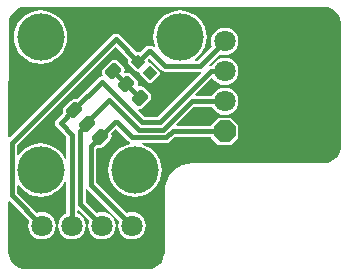
<source format=gbl>
G04 Layer_Physical_Order=2*
G04 Layer_Color=16711680*
%FSLAX44Y44*%
%MOMM*%
G71*
G01*
G75*
G04:AMPARAMS|DCode=10|XSize=1.3mm|YSize=1mm|CornerRadius=0.25mm|HoleSize=0mm|Usage=FLASHONLY|Rotation=45.000|XOffset=0mm|YOffset=0mm|HoleType=Round|Shape=RoundedRectangle|*
%AMROUNDEDRECTD10*
21,1,1.3000,0.5000,0,0,45.0*
21,1,0.8000,1.0000,0,0,45.0*
1,1,0.5000,0.4596,0.1061*
1,1,0.5000,-0.1061,-0.4596*
1,1,0.5000,-0.4596,-0.1061*
1,1,0.5000,0.1061,0.4596*
%
%ADD10ROUNDEDRECTD10*%
%ADD11P,1.2021X4X90.0*%
%ADD12C,0.4000*%
%ADD13C,4.0000*%
%ADD14C,1.8000*%
%ADD15P,1.9483X8X112.5*%
G36*
X1023494Y851710D02*
X1023147Y851191D01*
X1022950Y850200D01*
X1023147Y849209D01*
X1023709Y848369D01*
X1029719Y842358D01*
X1030559Y841797D01*
X1031550Y841600D01*
X1031886Y841666D01*
X1032916Y840636D01*
X1032850Y840300D01*
X1033047Y839309D01*
X1033608Y838469D01*
X1039619Y832459D01*
X1040459Y831897D01*
X1041450Y831700D01*
X1042441Y831897D01*
X1043281Y832459D01*
X1049291Y838469D01*
X1049853Y839309D01*
X1050050Y840300D01*
X1049853Y841291D01*
X1049291Y842132D01*
X1043281Y848142D01*
X1042441Y848703D01*
X1041450Y848900D01*
X1041114Y848834D01*
X1040084Y849864D01*
X1040150Y850200D01*
X1039953Y851191D01*
X1039607Y851710D01*
X1041050Y853153D01*
X1051237Y842967D01*
X1051237Y842967D01*
X1052739Y841963D01*
X1054510Y841611D01*
X1054510Y841611D01*
X1083640D01*
X1083640Y841611D01*
X1084425Y841767D01*
X1085050Y840597D01*
X1048083Y803629D01*
X1036667D01*
X1031449Y808848D01*
X1032030Y810062D01*
X1033660Y810386D01*
X1035327Y811500D01*
X1040984Y817157D01*
X1042098Y818824D01*
X1042489Y820791D01*
X1042098Y822757D01*
X1040984Y824424D01*
X1037448Y827960D01*
X1035781Y829074D01*
X1033815Y829465D01*
X1031902Y829085D01*
X1031658Y829264D01*
X1031151Y829771D01*
X1030972Y830016D01*
X1031352Y831928D01*
X1030961Y833894D01*
X1029847Y835561D01*
X1026311Y839097D01*
X1024644Y840211D01*
X1022678Y840602D01*
X1020766Y840222D01*
X1020521Y840401D01*
X1020014Y840908D01*
X1019835Y841152D01*
X1020215Y843065D01*
X1019824Y845031D01*
X1018710Y846698D01*
X1015174Y850234D01*
X1013507Y851348D01*
X1011541Y851739D01*
X1009574Y851348D01*
X1007907Y850234D01*
X1002250Y844577D01*
X1001136Y842910D01*
X1000745Y840943D01*
X1001136Y838977D01*
X1001312Y838714D01*
X1000538Y837587D01*
X998979Y837277D01*
X997477Y836273D01*
X997477Y836273D01*
X979476Y818272D01*
X978307Y818505D01*
X976340Y818114D01*
X974673Y817000D01*
X969016Y811343D01*
X967902Y809676D01*
X967511Y807709D01*
X967744Y806540D01*
X962477Y801273D01*
X961473Y799771D01*
X961121Y798000D01*
X961473Y796229D01*
X962477Y794727D01*
X970731Y786473D01*
Y767850D01*
X969461Y767532D01*
X967734Y770763D01*
X964917Y774195D01*
X961485Y777012D01*
X957569Y779105D01*
X953320Y780394D01*
X948902Y780829D01*
X944483Y780394D01*
X940234Y779105D01*
X936319Y777012D01*
X932887Y774195D01*
X930261Y770996D01*
X928991Y771248D01*
Y779194D01*
X1012500Y862704D01*
X1023494Y851710D01*
D02*
G37*
G36*
X1192428Y896281D02*
X1195912Y894838D01*
X1198903Y892543D01*
X1201198Y889552D01*
X1202641Y886068D01*
X1203023Y883173D01*
X1203076Y881936D01*
X1203055Y881830D01*
X1203055Y881830D01*
X1203055Y880670D01*
Y781076D01*
X1203021Y779847D01*
X1203021Y779846D01*
X1203073Y778587D01*
X1202820Y776020D01*
X1201964Y773198D01*
X1200574Y770597D01*
X1198703Y768317D01*
X1196423Y766446D01*
X1193822Y765056D01*
X1191000Y764200D01*
X1188957Y763999D01*
X1188956Y763999D01*
Y763999D01*
X1188924Y763965D01*
X1079690D01*
X1079501Y763927D01*
X1077690Y764106D01*
X1073052Y763649D01*
X1068592Y762296D01*
X1064481Y760099D01*
X1060878Y757142D01*
X1057921Y753539D01*
X1055724Y749428D01*
X1054371Y744968D01*
X1054167Y742889D01*
X1054055Y742330D01*
Y690572D01*
X1054055Y689330D01*
X1054060Y689304D01*
X1053964Y688074D01*
X1053787Y686277D01*
X1052933Y683461D01*
X1051546Y680865D01*
X1049679Y678591D01*
X1047404Y676724D01*
X1044809Y675337D01*
X1041993Y674483D01*
X1039217Y674209D01*
X1039190Y674215D01*
X936690D01*
X936621Y674201D01*
X933737Y674485D01*
X930898Y675346D01*
X928281Y676745D01*
X925987Y678627D01*
X924105Y680921D01*
X922706Y683538D01*
X921845Y686377D01*
X921561Y689258D01*
X921575Y689325D01*
X921629Y731326D01*
X922803Y731811D01*
X939210Y715403D01*
X938717Y714212D01*
X938320Y711200D01*
X938717Y708187D01*
X939880Y705380D01*
X941730Y702970D01*
X944140Y701120D01*
X946947Y699957D01*
X949960Y699560D01*
X952972Y699957D01*
X955780Y701120D01*
X958190Y702970D01*
X960040Y705380D01*
X961203Y708187D01*
X961600Y711200D01*
X961203Y714212D01*
X960040Y717020D01*
X958190Y719430D01*
X955780Y721280D01*
X952972Y722443D01*
X949960Y722840D01*
X946947Y722443D01*
X945757Y721950D01*
X928991Y738716D01*
Y745112D01*
X930261Y745364D01*
X932887Y742165D01*
X936319Y739348D01*
X940234Y737255D01*
X944483Y735966D01*
X948902Y735531D01*
X953320Y735966D01*
X957569Y737255D01*
X961485Y739348D01*
X964917Y742165D01*
X967734Y745597D01*
X969461Y748828D01*
X970731Y748510D01*
Y721773D01*
X969540Y721280D01*
X967130Y719430D01*
X965280Y717020D01*
X964117Y714212D01*
X963720Y711200D01*
X964117Y708187D01*
X965280Y705380D01*
X967130Y702970D01*
X969540Y701120D01*
X972347Y699957D01*
X975360Y699560D01*
X978372Y699957D01*
X981180Y701120D01*
X983590Y702970D01*
X985440Y705380D01*
X986603Y708187D01*
X987000Y711200D01*
X986603Y714212D01*
X985440Y717020D01*
X983590Y719430D01*
X981180Y721280D01*
X979989Y721773D01*
Y723765D01*
X981162Y724251D01*
X990010Y715403D01*
X989517Y714212D01*
X989120Y711200D01*
X989517Y708187D01*
X990680Y705380D01*
X992530Y702970D01*
X994940Y701120D01*
X997747Y699957D01*
X1000760Y699560D01*
X1003773Y699957D01*
X1006580Y701120D01*
X1008990Y702970D01*
X1010840Y705380D01*
X1012003Y708187D01*
X1012400Y711200D01*
X1012003Y714212D01*
X1010840Y717020D01*
X1008990Y719430D01*
X1006580Y721280D01*
X1003773Y722443D01*
X1000760Y722840D01*
X997747Y722443D01*
X996557Y721950D01*
X987129Y731377D01*
Y741956D01*
X987792Y742314D01*
X988399Y742415D01*
X1015410Y715403D01*
X1014917Y714212D01*
X1014520Y711200D01*
X1014917Y708187D01*
X1016080Y705380D01*
X1017930Y702970D01*
X1020340Y701120D01*
X1023148Y699957D01*
X1026160Y699560D01*
X1029173Y699957D01*
X1031980Y701120D01*
X1034390Y702970D01*
X1036240Y705380D01*
X1037403Y708187D01*
X1037800Y711200D01*
X1037403Y714212D01*
X1036240Y717020D01*
X1034390Y719430D01*
X1031980Y721280D01*
X1029173Y722443D01*
X1026160Y722840D01*
X1023148Y722443D01*
X1021957Y721950D01*
X996153Y747754D01*
Y776058D01*
X997249Y777002D01*
X998459Y776761D01*
X1000426Y777152D01*
X1002093Y778266D01*
X1007750Y783923D01*
X1008864Y785590D01*
X1009255Y787557D01*
X1008902Y789332D01*
X1012762Y793192D01*
X1023307Y782647D01*
X1023307Y782647D01*
X1024732Y781694D01*
X1024747Y781569D01*
X1024483Y780394D01*
X1020234Y779105D01*
X1016319Y777012D01*
X1012887Y774195D01*
X1010070Y770763D01*
X1007977Y766847D01*
X1006688Y762599D01*
X1006253Y758180D01*
X1006688Y753761D01*
X1007977Y749513D01*
X1010070Y745597D01*
X1012887Y742165D01*
X1016319Y739348D01*
X1020234Y737255D01*
X1024483Y735966D01*
X1028902Y735531D01*
X1033320Y735966D01*
X1037569Y737255D01*
X1041485Y739348D01*
X1044917Y742165D01*
X1047734Y745597D01*
X1049827Y749513D01*
X1051116Y753761D01*
X1051551Y758180D01*
X1051116Y762599D01*
X1049827Y766847D01*
X1047734Y770763D01*
X1044917Y774195D01*
X1041485Y777012D01*
X1037569Y779105D01*
X1034549Y780021D01*
X1034738Y781291D01*
X1055418D01*
X1055418Y781291D01*
X1057189Y781643D01*
X1058691Y782647D01*
X1062565Y786521D01*
X1093186D01*
X1093357Y785659D01*
X1093919Y784819D01*
X1098419Y780319D01*
X1099259Y779757D01*
X1100250Y779560D01*
X1109250D01*
X1110241Y779757D01*
X1111081Y780319D01*
X1115581Y784819D01*
X1116143Y785659D01*
X1116340Y786650D01*
Y795650D01*
X1116143Y796641D01*
X1115581Y797481D01*
X1111081Y801981D01*
X1110241Y802543D01*
X1109250Y802740D01*
X1100250D01*
X1099259Y802543D01*
X1098419Y801981D01*
X1093919Y797481D01*
X1093357Y796641D01*
X1093186Y795779D01*
X1064234D01*
X1063748Y796952D01*
X1078716Y811921D01*
X1094177D01*
X1094670Y810730D01*
X1096520Y808320D01*
X1098930Y806470D01*
X1101737Y805307D01*
X1104750Y804911D01*
X1107763Y805307D01*
X1110570Y806470D01*
X1112980Y808320D01*
X1114830Y810730D01*
X1115993Y813538D01*
X1116389Y816550D01*
X1115993Y819563D01*
X1114830Y822370D01*
X1112980Y824780D01*
X1110570Y826630D01*
X1107763Y827793D01*
X1104750Y828190D01*
X1101737Y827793D01*
X1098930Y826630D01*
X1096520Y824780D01*
X1094670Y822370D01*
X1094177Y821179D01*
X1080385D01*
X1079899Y822352D01*
X1093502Y835956D01*
X1095018Y835676D01*
X1096520Y833720D01*
X1098930Y831870D01*
X1101737Y830707D01*
X1104750Y830311D01*
X1107763Y830707D01*
X1110570Y831870D01*
X1112980Y833720D01*
X1114830Y836130D01*
X1115993Y838938D01*
X1116389Y841950D01*
X1115993Y844962D01*
X1114830Y847770D01*
X1112980Y850180D01*
X1110570Y852030D01*
X1107763Y853193D01*
X1104750Y853590D01*
X1101737Y853193D01*
X1098930Y852030D01*
X1096520Y850180D01*
X1094670Y847770D01*
X1094177Y846579D01*
X1092950D01*
X1092165Y846423D01*
X1091540Y847593D01*
X1100547Y856600D01*
X1101737Y856107D01*
X1104750Y855711D01*
X1107763Y856107D01*
X1110570Y857270D01*
X1112980Y859120D01*
X1114830Y861530D01*
X1115993Y864337D01*
X1116389Y867350D01*
X1115993Y870362D01*
X1114830Y873170D01*
X1112980Y875580D01*
X1110570Y877430D01*
X1107763Y878593D01*
X1104750Y878990D01*
X1101737Y878593D01*
X1098930Y877430D01*
X1096520Y875580D01*
X1094670Y873170D01*
X1093507Y870362D01*
X1093110Y867350D01*
X1093507Y864337D01*
X1094000Y863147D01*
X1081723Y850869D01*
X1079970D01*
X1079718Y852139D01*
X1082917Y854765D01*
X1085734Y858197D01*
X1087827Y862113D01*
X1089116Y866361D01*
X1089551Y870780D01*
X1089116Y875199D01*
X1087827Y879447D01*
X1085734Y883363D01*
X1082917Y886795D01*
X1079485Y889612D01*
X1075569Y891705D01*
X1071320Y892994D01*
X1066902Y893429D01*
X1062483Y892994D01*
X1058234Y891705D01*
X1054319Y889612D01*
X1050887Y886795D01*
X1048070Y883363D01*
X1045977Y879447D01*
X1044688Y875199D01*
X1044253Y870780D01*
X1044688Y866361D01*
X1045577Y863430D01*
X1044494Y862627D01*
X1043521Y863277D01*
X1041750Y863629D01*
X1041750Y863629D01*
X1040351D01*
X1040350Y863629D01*
X1038579Y863277D01*
X1037077Y862273D01*
X1037077Y862273D01*
X1033060Y858256D01*
X1032541Y858603D01*
X1031550Y858800D01*
X1030559Y858603D01*
X1030040Y858256D01*
X1015773Y872523D01*
X1014271Y873527D01*
X1012500Y873879D01*
X1010729Y873527D01*
X1009227Y872523D01*
X1009227Y872523D01*
X922874Y786170D01*
X921701Y786657D01*
X921823Y880810D01*
X921825Y882075D01*
Y882080D01*
X921916Y883312D01*
X922245Y885816D01*
X923688Y889298D01*
X925982Y892288D01*
X928972Y894582D01*
X932454Y896025D01*
X934958Y896354D01*
X936190Y896445D01*
X937460Y896447D01*
X1189194Y896695D01*
X1189229Y896702D01*
X1192428Y896281D01*
D02*
G37*
%LPC*%
G36*
X948902Y893429D02*
X944483Y892994D01*
X940234Y891705D01*
X936319Y889612D01*
X932887Y886795D01*
X930070Y883363D01*
X927977Y879447D01*
X926688Y875199D01*
X926253Y870780D01*
X926688Y866361D01*
X927977Y862113D01*
X930070Y858197D01*
X932887Y854765D01*
X936319Y851948D01*
X940234Y849855D01*
X944483Y848566D01*
X948902Y848131D01*
X953320Y848566D01*
X957569Y849855D01*
X961485Y851948D01*
X964917Y854765D01*
X967734Y858197D01*
X969827Y862113D01*
X971116Y866361D01*
X971551Y870780D01*
X971116Y875199D01*
X969827Y879447D01*
X967734Y883363D01*
X964917Y886795D01*
X961485Y889612D01*
X957569Y891705D01*
X953320Y892994D01*
X948902Y893429D01*
D02*
G37*
%LPD*%
D10*
X999520Y786496D02*
D03*
X988383Y797633D02*
D03*
X977246Y808770D02*
D03*
X1010480Y842004D02*
D03*
X1021617Y830867D02*
D03*
X1032754Y819730D02*
D03*
D11*
X1041450Y840300D02*
D03*
X1031550Y850200D02*
D03*
D12*
X1010480Y842004D02*
X1021617Y830867D01*
X1032754Y819730D01*
X965750Y798000D02*
X975360Y788390D01*
X965750Y798000D02*
X976520Y808770D01*
X982500Y729460D02*
X1000760Y711200D01*
X982500Y791750D02*
X988383Y797633D01*
X991524Y778500D02*
X999520Y786496D01*
X991524Y745836D02*
Y778500D01*
Y745836D02*
X1026160Y711200D01*
X982500Y729460D02*
Y791750D01*
X975360Y711200D02*
Y788390D01*
X924362Y736798D02*
X949960Y711200D01*
X1083640Y846240D02*
X1104750Y867350D01*
X1054510Y846240D02*
X1083640D01*
X1041750Y859000D02*
X1054510Y846240D01*
X1040350Y859000D02*
X1041750D01*
X1031550Y850200D02*
X1040350Y859000D01*
X1092950Y841950D02*
X1104750D01*
X1050000Y799000D02*
X1092950Y841950D01*
X1034750Y799000D02*
X1050000D01*
X1000750Y833000D02*
X1034750Y799000D01*
X1076799Y816550D02*
X1104750D01*
X1052709Y792460D02*
X1076799Y816550D01*
X1032041Y792460D02*
X1052709D01*
X1007125Y817375D02*
X1032041Y792460D01*
X988383Y798633D02*
X1007125Y817375D01*
X988383Y797633D02*
Y798633D01*
X1060648Y791150D02*
X1104750D01*
X1055418Y785920D02*
X1060648Y791150D01*
X1026580Y785920D02*
X1055418D01*
X1013500Y799000D02*
X1026580Y785920D01*
X1012024Y799000D02*
X1013500D01*
X999520Y786496D02*
X1012024Y799000D01*
X924362Y736798D02*
Y781112D01*
X1012500Y869250D01*
X1031550Y850200D01*
X976520Y808770D02*
Y808770D01*
X1000750Y833000D01*
D13*
X1028902Y758180D02*
D03*
X948902D02*
D03*
Y870780D02*
D03*
X1066902D02*
D03*
D14*
X1026160Y711200D02*
D03*
X949960D02*
D03*
X975360D02*
D03*
X1000760D02*
D03*
X1104750Y816550D02*
D03*
Y841950D02*
D03*
Y867350D02*
D03*
D15*
Y791150D02*
D03*
M02*

</source>
